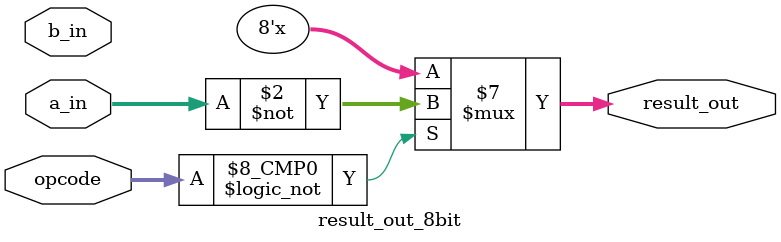
<source format=v>
`timescale 1ns / 1ps

`define DATA_WIDTH 8
`define OPCODE_WIDTH 2

module result_out_8bit(
                    input [`DATA_WIDTH-1:0]a_in,
                    input [`DATA_WIDTH-1:0]b_in,
                    input [`OPCODE_WIDTH-1:0]opcode,
                    output reg [`DATA_WIDTH-1:0]result_out
                    );
     always @*
      case (opcode)
        2'b00: #5 result_out = ~a_in;
        2'b00: #5 result_out = a_in ^ b_in;
        2'b00: #5 result_out = a_in & b_in;
        2'b00: #5 result_out = a_in | b_in;
      endcase
endmodule

</source>
